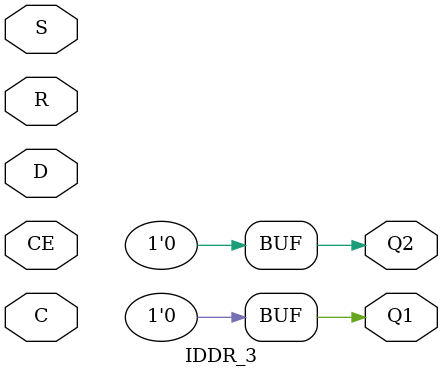
<source format=v>
module IDDR_3 (
   Q1, Q2,
   C, CE, D, R, S
   );
    parameter DDR_CLK_EDGE        = "OPPOSITE_EDGE";    
    parameter INIT_Q1             = 1'b0;
    parameter INIT_Q2             = 1'b0;
    parameter [0:0] IS_C_INVERTED = 1'b0;
    parameter [0:0] IS_D_INVERTED = 1'b0;
    parameter SRTYPE              = "SYNC";
   localparam HOLDHACK            = 0.1;
   output   Q1;   
   output   Q2;   
   input    C;    
   input    CE;   
   input    D;    
   input    R;    
   input    S;    
   localparam [152:1] DDR_CLK_EDGE_REG = DDR_CLK_EDGE;
   reg 	    Q1_pos;
   reg 	    Q1_reg;
   reg 	    Q2_pos;
   reg 	    Q2_neg;
   always @ (posedge C)
     if(CE)
       Q1_pos <= #(HOLDHACK) D;
   always @ (posedge C)
     if(CE)
       Q1_reg <= #(HOLDHACK) Q1_pos;
   always @ (negedge C)
     if(CE)
       Q2_neg <= #(HOLDHACK) D;
   always @ (posedge C)
     if(CE)
      Q2_pos <= #(HOLDHACK) Q2_neg;
   assign Q1 = (DDR_CLK_EDGE_REG == "SAME_EDGE_PIPELINED") ? Q1_reg :
	       (DDR_CLK_EDGE_REG == "SAME_EDGE")           ? Q1_pos :
	                                                     1'b0;
   assign Q2 = (DDR_CLK_EDGE_REG == "SAME_EDGE_PIPELINED") ? Q2_pos :
	       (DDR_CLK_EDGE_REG == "SAME_EDGE")           ? Q2_pos :
	                                                     1'b0;
endmodule
</source>
